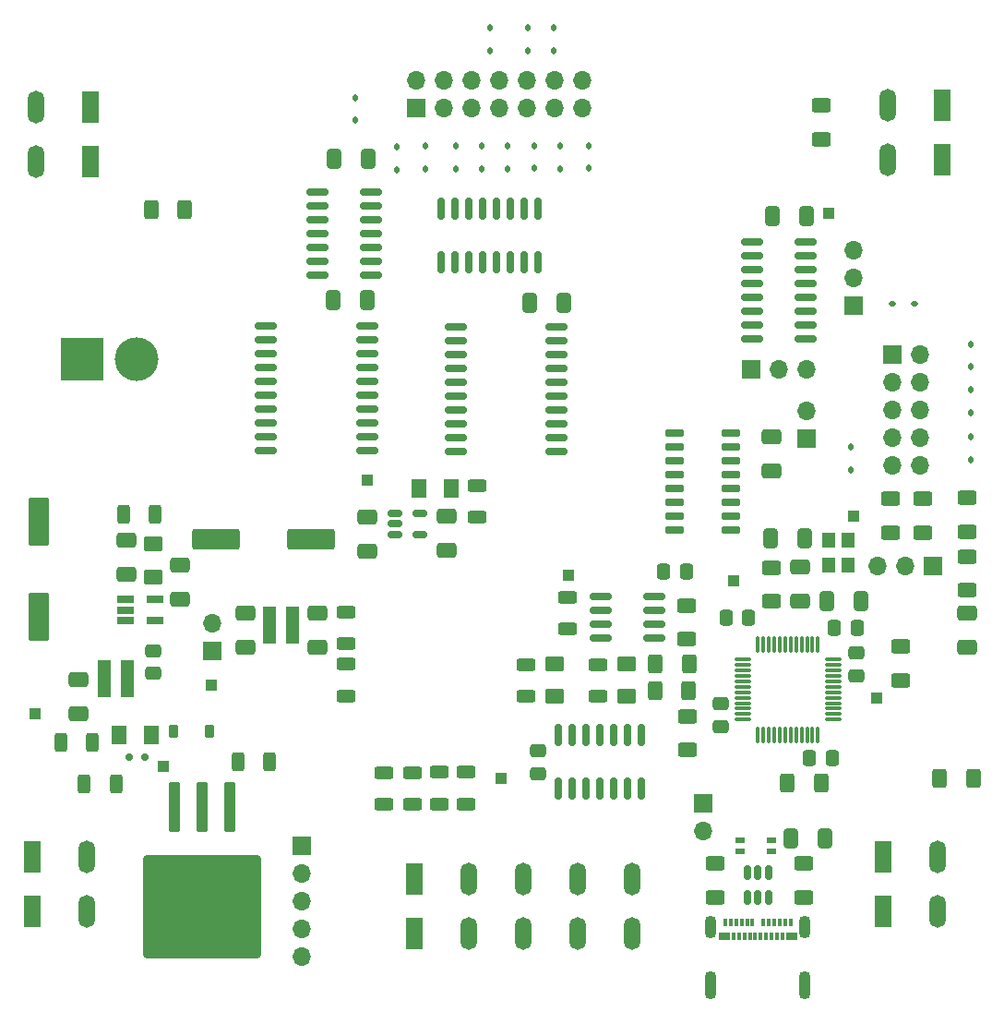
<source format=gbr>
%TF.GenerationSoftware,KiCad,Pcbnew,7.0.8*%
%TF.CreationDate,2024-04-05T12:05:25+02:00*%
%TF.ProjectId,menelaos-rev-4,6d656e65-6c61-46f7-932d-7265762d342e,rev?*%
%TF.SameCoordinates,Original*%
%TF.FileFunction,Soldermask,Top*%
%TF.FilePolarity,Negative*%
%FSLAX46Y46*%
G04 Gerber Fmt 4.6, Leading zero omitted, Abs format (unit mm)*
G04 Created by KiCad (PCBNEW 7.0.8) date 2024-04-05 12:05:25*
%MOMM*%
%LPD*%
G01*
G04 APERTURE LIST*
G04 Aperture macros list*
%AMRoundRect*
0 Rectangle with rounded corners*
0 $1 Rounding radius*
0 $2 $3 $4 $5 $6 $7 $8 $9 X,Y pos of 4 corners*
0 Add a 4 corners polygon primitive as box body*
4,1,4,$2,$3,$4,$5,$6,$7,$8,$9,$2,$3,0*
0 Add four circle primitives for the rounded corners*
1,1,$1+$1,$2,$3*
1,1,$1+$1,$4,$5*
1,1,$1+$1,$6,$7*
1,1,$1+$1,$8,$9*
0 Add four rect primitives between the rounded corners*
20,1,$1+$1,$2,$3,$4,$5,0*
20,1,$1+$1,$4,$5,$6,$7,0*
20,1,$1+$1,$6,$7,$8,$9,0*
20,1,$1+$1,$8,$9,$2,$3,0*%
G04 Aperture macros list end*
%ADD10RoundRect,0.250000X-0.312500X-0.625000X0.312500X-0.625000X0.312500X0.625000X-0.312500X0.625000X0*%
%ADD11RoundRect,0.250000X-0.625000X0.312500X-0.625000X-0.312500X0.625000X-0.312500X0.625000X0.312500X0*%
%ADD12RoundRect,0.250000X-0.400000X-0.625000X0.400000X-0.625000X0.400000X0.625000X-0.400000X0.625000X0*%
%ADD13RoundRect,0.112500X0.112500X-0.187500X0.112500X0.187500X-0.112500X0.187500X-0.112500X-0.187500X0*%
%ADD14R,1.500000X3.000000*%
%ADD15O,1.500000X3.000000*%
%ADD16RoundRect,0.150000X-0.512500X-0.150000X0.512500X-0.150000X0.512500X0.150000X-0.512500X0.150000X0*%
%ADD17RoundRect,0.250000X-0.650000X0.412500X-0.650000X-0.412500X0.650000X-0.412500X0.650000X0.412500X0*%
%ADD18RoundRect,0.150000X0.725000X0.150000X-0.725000X0.150000X-0.725000X-0.150000X0.725000X-0.150000X0*%
%ADD19RoundRect,0.150000X-0.875000X-0.150000X0.875000X-0.150000X0.875000X0.150000X-0.875000X0.150000X0*%
%ADD20R,1.700000X1.700000*%
%ADD21O,1.700000X1.700000*%
%ADD22RoundRect,0.250000X-0.625000X0.400000X-0.625000X-0.400000X0.625000X-0.400000X0.625000X0.400000X0*%
%ADD23RoundRect,0.250000X1.950000X0.700000X-1.950000X0.700000X-1.950000X-0.700000X1.950000X-0.700000X0*%
%ADD24RoundRect,0.250000X0.412500X0.650000X-0.412500X0.650000X-0.412500X-0.650000X0.412500X-0.650000X0*%
%ADD25RoundRect,0.250001X-0.462499X-0.624999X0.462499X-0.624999X0.462499X0.624999X-0.462499X0.624999X0*%
%ADD26RoundRect,0.250000X0.475000X-0.337500X0.475000X0.337500X-0.475000X0.337500X-0.475000X-0.337500X0*%
%ADD27RoundRect,0.250001X-0.624999X0.462499X-0.624999X-0.462499X0.624999X-0.462499X0.624999X0.462499X0*%
%ADD28R,1.000000X1.000000*%
%ADD29RoundRect,0.150000X0.150000X-0.512500X0.150000X0.512500X-0.150000X0.512500X-0.150000X-0.512500X0*%
%ADD30R,1.300000X3.400000*%
%ADD31RoundRect,0.250000X0.625000X-0.312500X0.625000X0.312500X-0.625000X0.312500X-0.625000X-0.312500X0*%
%ADD32RoundRect,0.250000X0.650000X-0.412500X0.650000X0.412500X-0.650000X0.412500X-0.650000X-0.412500X0*%
%ADD33RoundRect,0.112500X-0.112500X0.187500X-0.112500X-0.187500X0.112500X-0.187500X0.112500X0.187500X0*%
%ADD34RoundRect,0.250000X0.625000X-0.400000X0.625000X0.400000X-0.625000X0.400000X-0.625000X-0.400000X0*%
%ADD35RoundRect,0.102000X0.485000X-0.610000X0.485000X0.610000X-0.485000X0.610000X-0.485000X-0.610000X0*%
%ADD36RoundRect,0.225000X-0.225000X-0.375000X0.225000X-0.375000X0.225000X0.375000X-0.225000X0.375000X0*%
%ADD37RoundRect,0.250001X0.462499X0.624999X-0.462499X0.624999X-0.462499X-0.624999X0.462499X-0.624999X0*%
%ADD38R,1.560000X0.650000*%
%ADD39RoundRect,0.150000X-0.150000X0.825000X-0.150000X-0.825000X0.150000X-0.825000X0.150000X0.825000X0*%
%ADD40RoundRect,0.250001X0.624999X-0.462499X0.624999X0.462499X-0.624999X0.462499X-0.624999X-0.462499X0*%
%ADD41RoundRect,0.150000X-0.825000X-0.150000X0.825000X-0.150000X0.825000X0.150000X-0.825000X0.150000X0*%
%ADD42RoundRect,0.150000X-0.150000X-0.200000X0.150000X-0.200000X0.150000X0.200000X-0.150000X0.200000X0*%
%ADD43R,0.900000X0.600000*%
%ADD44RoundRect,0.250000X-0.475000X0.337500X-0.475000X-0.337500X0.475000X-0.337500X0.475000X0.337500X0*%
%ADD45RoundRect,0.250000X-0.337500X-0.475000X0.337500X-0.475000X0.337500X0.475000X-0.337500X0.475000X0*%
%ADD46RoundRect,0.250000X-0.412500X-0.650000X0.412500X-0.650000X0.412500X0.650000X-0.412500X0.650000X0*%
%ADD47RoundRect,0.112500X-0.187500X-0.112500X0.187500X-0.112500X0.187500X0.112500X-0.187500X0.112500X0*%
%ADD48RoundRect,0.250000X0.337500X0.475000X-0.337500X0.475000X-0.337500X-0.475000X0.337500X-0.475000X0*%
%ADD49RoundRect,0.250000X-0.300000X2.050000X-0.300000X-2.050000X0.300000X-2.050000X0.300000X2.050000X0*%
%ADD50RoundRect,0.250002X-5.149998X4.449998X-5.149998X-4.449998X5.149998X-4.449998X5.149998X4.449998X0*%
%ADD51RoundRect,0.075000X-0.075000X0.662500X-0.075000X-0.662500X0.075000X-0.662500X0.075000X0.662500X0*%
%ADD52RoundRect,0.075000X-0.662500X0.075000X-0.662500X-0.075000X0.662500X-0.075000X0.662500X0.075000X0*%
%ADD53RoundRect,0.250000X0.700000X-1.950000X0.700000X1.950000X-0.700000X1.950000X-0.700000X-1.950000X0*%
%ADD54R,4.000000X4.000000*%
%ADD55C,4.000000*%
%ADD56RoundRect,0.150000X0.150000X-0.825000X0.150000X0.825000X-0.150000X0.825000X-0.150000X-0.825000X0*%
%ADD57R,0.300000X0.700000*%
%ADD58R,1.000000X0.700000*%
%ADD59O,1.100000X2.100000*%
%ADD60O,1.100000X2.600000*%
G04 APERTURE END LIST*
D10*
%TO.C,R202*%
X211037500Y-116450000D03*
X213962500Y-116450000D03*
%TD*%
D11*
%TO.C,R205*%
X220950000Y-102737500D03*
X220950000Y-105662500D03*
%TD*%
D12*
%TO.C,R601*%
X203050000Y-65850000D03*
X206150000Y-65850000D03*
%TD*%
D13*
%TO.C,U408*%
X240600000Y-62100000D03*
X240600000Y-60000000D03*
%TD*%
D14*
%TO.C,J501*%
X227200000Y-127250000D03*
X227200000Y-132250000D03*
D15*
X232200000Y-127250000D03*
X232200000Y-132250000D03*
X237200000Y-127250000D03*
X237200000Y-132250000D03*
X242200000Y-127250000D03*
X242200000Y-132250000D03*
X247200000Y-127250000D03*
X247200000Y-132250000D03*
%TD*%
D16*
%TO.C,U202*%
X225462500Y-93700000D03*
X225462500Y-94650000D03*
X225462500Y-95600000D03*
X227737500Y-95600000D03*
X227737500Y-93700000D03*
%TD*%
D17*
%TO.C,C310*%
X277900000Y-102837500D03*
X277900000Y-105962500D03*
%TD*%
D18*
%TO.C,U404*%
X256250000Y-95220000D03*
X256250000Y-93950000D03*
X256250000Y-92680000D03*
X256250000Y-91410000D03*
X256250000Y-90140000D03*
X256250000Y-88870000D03*
X256250000Y-87600000D03*
X256250000Y-86330000D03*
X251100000Y-86330000D03*
X251100000Y-87600000D03*
X251100000Y-88870000D03*
X251100000Y-90140000D03*
X251100000Y-91410000D03*
X251100000Y-92680000D03*
X251100000Y-93950000D03*
X251100000Y-95220000D03*
%TD*%
D17*
%TO.C,C207*%
X218350000Y-102825000D03*
X218350000Y-105950000D03*
%TD*%
D19*
%TO.C,U405*%
X231000000Y-76580000D03*
X231000000Y-77850000D03*
X231000000Y-79120000D03*
X231000000Y-80390000D03*
X231000000Y-81660000D03*
X231000000Y-82930000D03*
X231000000Y-84200000D03*
X231000000Y-85470000D03*
X231000000Y-86740000D03*
X231000000Y-88010000D03*
X240300000Y-88010000D03*
X240300000Y-86740000D03*
X240300000Y-85470000D03*
X240300000Y-84200000D03*
X240300000Y-82930000D03*
X240300000Y-81660000D03*
X240300000Y-80390000D03*
X240300000Y-79120000D03*
X240300000Y-77850000D03*
X240300000Y-76580000D03*
%TD*%
D14*
%TO.C,J201*%
X192150000Y-125150000D03*
X192150000Y-130150000D03*
D15*
X197150000Y-125150000D03*
X197150000Y-130150000D03*
%TD*%
D20*
%TO.C,J401*%
X267500000Y-74600000D03*
D21*
X267500000Y-72060000D03*
X267500000Y-69520000D03*
%TD*%
D12*
%TO.C,R304*%
X261450000Y-118400000D03*
X264550000Y-118400000D03*
%TD*%
D22*
%TO.C,R311*%
X277900000Y-97650000D03*
X277900000Y-100750000D03*
%TD*%
%TO.C,R310*%
X277900000Y-92250000D03*
X277900000Y-95350000D03*
%TD*%
D23*
%TO.C,C208*%
X217700000Y-96050000D03*
X209000000Y-96050000D03*
%TD*%
D11*
%TO.C,R501*%
X224430000Y-117447500D03*
X224430000Y-120372500D03*
%TD*%
D24*
%TO.C,C401*%
X263162500Y-66400000D03*
X260037500Y-66400000D03*
%TD*%
D14*
%TO.C,J601*%
X197500000Y-61400000D03*
X197500000Y-56400000D03*
D15*
X192500000Y-61400000D03*
X192500000Y-56400000D03*
%TD*%
D11*
%TO.C,R503*%
X231980000Y-117422500D03*
X231980000Y-120347500D03*
%TD*%
D25*
%TO.C,D203*%
X200112500Y-114000000D03*
X203087500Y-114000000D03*
%TD*%
D26*
%TO.C,C304*%
X255300000Y-113237500D03*
X255300000Y-111162500D03*
%TD*%
D27*
%TO.C,D204*%
X203250000Y-96512500D03*
X203250000Y-99487500D03*
%TD*%
D20*
%TO.C,J402*%
X227375000Y-56525000D03*
D21*
X229915000Y-56525000D03*
X232455000Y-56525000D03*
X234995000Y-56525000D03*
X237535000Y-56525000D03*
X240075000Y-56525000D03*
X242615000Y-56525000D03*
X242615000Y-53985000D03*
X240075000Y-53985000D03*
X237535000Y-53985000D03*
X234995000Y-53985000D03*
X232455000Y-53985000D03*
X229915000Y-53985000D03*
X227375000Y-53985000D03*
%TD*%
D28*
%TO.C,TP303*%
X269600000Y-110600000D03*
%TD*%
D11*
%TO.C,R206*%
X220950000Y-107505000D03*
X220950000Y-110430000D03*
%TD*%
D29*
%TO.C,U307*%
X257800000Y-128887500D03*
X258750000Y-128887500D03*
X259700000Y-128887500D03*
X259700000Y-126612500D03*
X258750000Y-126612500D03*
X257800000Y-126612500D03*
%TD*%
D28*
%TO.C,TP401*%
X265200000Y-66200000D03*
%TD*%
D30*
%TO.C,L202*%
X213950000Y-103900000D03*
X216050000Y-103900000D03*
%TD*%
D31*
%TO.C,R305*%
X237450000Y-110482500D03*
X237450000Y-107557500D03*
%TD*%
D11*
%TO.C,R504*%
X229530000Y-117422500D03*
X229530000Y-120347500D03*
%TD*%
D17*
%TO.C,C210*%
X230200000Y-93975000D03*
X230200000Y-97100000D03*
%TD*%
D13*
%TO.C,U305*%
X278300000Y-84450000D03*
X278300000Y-82350000D03*
%TD*%
D32*
%TO.C,C301*%
X262620000Y-101760000D03*
X262620000Y-98635000D03*
%TD*%
D20*
%TO.C,J301*%
X271050000Y-79120000D03*
D21*
X273590000Y-79120000D03*
X271050000Y-81660000D03*
X273590000Y-81660000D03*
X271050000Y-84200000D03*
X273590000Y-84200000D03*
X271050000Y-86740000D03*
X273590000Y-86740000D03*
X271050000Y-89280000D03*
X273590000Y-89280000D03*
%TD*%
D12*
%TO.C,R603*%
X275400000Y-117950000D03*
X278500000Y-117950000D03*
%TD*%
D22*
%TO.C,R602*%
X264550000Y-56300000D03*
X264550000Y-59400000D03*
%TD*%
D31*
%TO.C,R303*%
X244070000Y-110472500D03*
X244070000Y-107547500D03*
%TD*%
D33*
%TO.C,U415*%
X221800000Y-55550000D03*
X221800000Y-57650000D03*
%TD*%
D34*
%TO.C,R507*%
X252300000Y-115400000D03*
X252300000Y-112300000D03*
%TD*%
D22*
%TO.C,R308*%
X273830000Y-92330000D03*
X273830000Y-95430000D03*
%TD*%
D35*
%TO.C,Y301*%
X267050000Y-98435000D03*
X267050000Y-96145000D03*
X265210000Y-96145000D03*
X265210000Y-98435000D03*
%TD*%
D36*
%TO.C,D202*%
X205150000Y-113700000D03*
X208450000Y-113700000D03*
%TD*%
D32*
%TO.C,C205*%
X205750000Y-101562500D03*
X205750000Y-98437500D03*
%TD*%
D13*
%TO.C,U412*%
X231000000Y-62100000D03*
X231000000Y-60000000D03*
%TD*%
D17*
%TO.C,C206*%
X211750000Y-102812500D03*
X211750000Y-105937500D03*
%TD*%
D24*
%TO.C,C402*%
X222862500Y-74100000D03*
X219737500Y-74100000D03*
%TD*%
D37*
%TO.C,D205*%
X230625000Y-91400000D03*
X227650000Y-91400000D03*
%TD*%
D33*
%TO.C,U414*%
X225600000Y-60050000D03*
X225600000Y-62150000D03*
%TD*%
D13*
%TO.C,U303*%
X278300000Y-88750000D03*
X278300000Y-86650000D03*
%TD*%
D32*
%TO.C,C404*%
X260000000Y-89775000D03*
X260000000Y-86650000D03*
%TD*%
D38*
%TO.C,U201*%
X200700000Y-101600000D03*
X200700000Y-102550000D03*
X200700000Y-103500000D03*
X203400000Y-103500000D03*
X203400000Y-101600000D03*
%TD*%
D39*
%TO.C,U406*%
X238545000Y-65725000D03*
X237275000Y-65725000D03*
X236005000Y-65725000D03*
X234735000Y-65725000D03*
X233465000Y-65725000D03*
X232195000Y-65725000D03*
X230925000Y-65725000D03*
X229655000Y-65725000D03*
X229655000Y-70675000D03*
X230925000Y-70675000D03*
X232195000Y-70675000D03*
X233465000Y-70675000D03*
X234735000Y-70675000D03*
X236005000Y-70675000D03*
X237275000Y-70675000D03*
X238545000Y-70675000D03*
%TD*%
D28*
%TO.C,TP206*%
X222900000Y-90600000D03*
%TD*%
D34*
%TO.C,R302*%
X260020000Y-101770000D03*
X260020000Y-98670000D03*
%TD*%
D40*
%TO.C,D302*%
X240100000Y-110475000D03*
X240100000Y-107500000D03*
%TD*%
D31*
%TO.C,R208*%
X241310000Y-104292500D03*
X241310000Y-101367500D03*
%TD*%
D22*
%TO.C,R307*%
X262950000Y-125800000D03*
X262950000Y-128900000D03*
%TD*%
D28*
%TO.C,TP203*%
X208600000Y-109400000D03*
%TD*%
D33*
%TO.C,U417*%
X237600000Y-49150000D03*
X237600000Y-51250000D03*
%TD*%
D30*
%TO.C,L201*%
X200900000Y-108850000D03*
X198800000Y-108850000D03*
%TD*%
D11*
%TO.C,R502*%
X227030000Y-117447500D03*
X227030000Y-120372500D03*
%TD*%
D32*
%TO.C,C204*%
X200800000Y-99262500D03*
X200800000Y-96137500D03*
%TD*%
D41*
%TO.C,U402*%
X258200000Y-68780000D03*
X258200000Y-70050000D03*
X258200000Y-71320000D03*
X258200000Y-72590000D03*
X258200000Y-73860000D03*
X258200000Y-75130000D03*
X258200000Y-76400000D03*
X258200000Y-77670000D03*
X263150000Y-77670000D03*
X263150000Y-76400000D03*
X263150000Y-75130000D03*
X263150000Y-73860000D03*
X263150000Y-72590000D03*
X263150000Y-71320000D03*
X263150000Y-70050000D03*
X263150000Y-68780000D03*
%TD*%
D13*
%TO.C,U306*%
X278300000Y-80250000D03*
X278300000Y-78150000D03*
%TD*%
%TO.C,U409*%
X238200000Y-62050000D03*
X238200000Y-59950000D03*
%TD*%
D42*
%TO.C,D201*%
X202500000Y-116000000D03*
X201100000Y-116000000D03*
%TD*%
D20*
%TO.C,J303*%
X216900000Y-124200000D03*
D21*
X216900000Y-126740000D03*
X216900000Y-129280000D03*
X216900000Y-131820000D03*
X216900000Y-134360000D03*
%TD*%
D11*
%TO.C,R207*%
X233000000Y-91137500D03*
X233000000Y-94062500D03*
%TD*%
D20*
%TO.C,JP201*%
X208700000Y-106275000D03*
D21*
X208700000Y-103735000D03*
%TD*%
D22*
%TO.C,R301*%
X271810000Y-105870000D03*
X271810000Y-108970000D03*
%TD*%
D24*
%TO.C,C405*%
X222962500Y-61200000D03*
X219837500Y-61200000D03*
%TD*%
D43*
%TO.C,U308*%
X259950000Y-123650000D03*
X257150000Y-123650000D03*
X257150000Y-124650000D03*
X259950000Y-124650000D03*
%TD*%
D13*
%TO.C,U413*%
X228200000Y-62100000D03*
X228200000Y-60000000D03*
%TD*%
D20*
%TO.C,JP304*%
X258120000Y-80510000D03*
D21*
X260660000Y-80510000D03*
X263200000Y-80510000D03*
%TD*%
D44*
%TO.C,C307*%
X267760000Y-106482500D03*
X267760000Y-108557500D03*
%TD*%
D20*
%TO.C,JP303*%
X263180000Y-86840000D03*
D21*
X263180000Y-84300000D03*
%TD*%
D12*
%TO.C,R506*%
X249350000Y-107450000D03*
X252450000Y-107450000D03*
%TD*%
D45*
%TO.C,C305*%
X265762500Y-104200000D03*
X267837500Y-104200000D03*
%TD*%
D12*
%TO.C,R505*%
X249300000Y-109950000D03*
X252400000Y-109950000D03*
%TD*%
D41*
%TO.C,U203*%
X244290000Y-101330000D03*
X244290000Y-102600000D03*
X244290000Y-103870000D03*
X244290000Y-105140000D03*
X249240000Y-105140000D03*
X249240000Y-103870000D03*
X249240000Y-102600000D03*
X249240000Y-101330000D03*
%TD*%
D10*
%TO.C,R204*%
X200537500Y-93750000D03*
X203462500Y-93750000D03*
%TD*%
D19*
%TO.C,U401*%
X213600000Y-76530000D03*
X213600000Y-77800000D03*
X213600000Y-79070000D03*
X213600000Y-80340000D03*
X213600000Y-81610000D03*
X213600000Y-82880000D03*
X213600000Y-84150000D03*
X213600000Y-85420000D03*
X213600000Y-86690000D03*
X213600000Y-87960000D03*
X222900000Y-87960000D03*
X222900000Y-86690000D03*
X222900000Y-85420000D03*
X222900000Y-84150000D03*
X222900000Y-82880000D03*
X222900000Y-81610000D03*
X222900000Y-80340000D03*
X222900000Y-79070000D03*
X222900000Y-77800000D03*
X222900000Y-76530000D03*
%TD*%
D13*
%TO.C,U411*%
X233400000Y-62100000D03*
X233400000Y-60000000D03*
%TD*%
D28*
%TO.C,TP301*%
X267500000Y-93900000D03*
%TD*%
D46*
%TO.C,C303*%
X265037500Y-101750000D03*
X268162500Y-101750000D03*
%TD*%
D27*
%TO.C,D301*%
X246700000Y-107512500D03*
X246700000Y-110487500D03*
%TD*%
D33*
%TO.C,U416*%
X234188000Y-49150000D03*
X234188000Y-51250000D03*
%TD*%
D28*
%TO.C,TP202*%
X192400000Y-112100000D03*
%TD*%
D13*
%TO.C,U407*%
X243200000Y-62050000D03*
X243200000Y-59950000D03*
%TD*%
D24*
%TO.C,C309*%
X264862500Y-123500000D03*
X261737500Y-123500000D03*
%TD*%
D28*
%TO.C,TP205*%
X241400000Y-99400000D03*
%TD*%
%TO.C,TP302*%
X256500000Y-99900000D03*
%TD*%
D26*
%TO.C,C501*%
X238600000Y-117537500D03*
X238600000Y-115462500D03*
%TD*%
D47*
%TO.C,U302*%
X271050000Y-74450000D03*
X273150000Y-74450000D03*
%TD*%
D14*
%TO.C,J602*%
X270250000Y-125150000D03*
X270250000Y-130150000D03*
D15*
X275250000Y-125150000D03*
X275250000Y-130150000D03*
%TD*%
D24*
%TO.C,C302*%
X263022500Y-95950000D03*
X259897500Y-95950000D03*
%TD*%
%TO.C,C403*%
X240962500Y-74400000D03*
X237837500Y-74400000D03*
%TD*%
D41*
%TO.C,U403*%
X218325000Y-64190000D03*
X218325000Y-65460000D03*
X218325000Y-66730000D03*
X218325000Y-68000000D03*
X218325000Y-69270000D03*
X218325000Y-70540000D03*
X218325000Y-71810000D03*
X223275000Y-71810000D03*
X223275000Y-70540000D03*
X223275000Y-69270000D03*
X223275000Y-68000000D03*
X223275000Y-66730000D03*
X223275000Y-65460000D03*
X223275000Y-64190000D03*
%TD*%
D48*
%TO.C,C306*%
X265575000Y-116100000D03*
X263500000Y-116100000D03*
%TD*%
%TO.C,C308*%
X257905000Y-103260000D03*
X255830000Y-103260000D03*
%TD*%
D17*
%TO.C,C209*%
X222900000Y-94037500D03*
X222900000Y-97162500D03*
%TD*%
%TO.C,C202*%
X196400000Y-108937500D03*
X196400000Y-112062500D03*
%TD*%
D49*
%TO.C,Q201*%
X210290000Y-120625000D03*
X207750000Y-120625000D03*
D50*
X207750000Y-129775000D03*
D49*
X205210000Y-120625000D03*
%TD*%
D13*
%TO.C,U304*%
X267300000Y-89700000D03*
X267300000Y-87600000D03*
%TD*%
D22*
%TO.C,R309*%
X270930000Y-92330000D03*
X270930000Y-95430000D03*
%TD*%
%TO.C,R508*%
X252230000Y-102130000D03*
X252230000Y-105230000D03*
%TD*%
D28*
%TO.C,TP204*%
X235200000Y-118000000D03*
%TD*%
D10*
%TO.C,R201*%
X196937500Y-118500000D03*
X199862500Y-118500000D03*
%TD*%
D51*
%TO.C,U301*%
X264250000Y-105675000D03*
X263750000Y-105675000D03*
X263250000Y-105675000D03*
X262750000Y-105675000D03*
X262250000Y-105675000D03*
X261750000Y-105675000D03*
X261250000Y-105675000D03*
X260750000Y-105675000D03*
X260250000Y-105675000D03*
X259750000Y-105675000D03*
X259250000Y-105675000D03*
X258750000Y-105675000D03*
D52*
X257337500Y-107087500D03*
X257337500Y-107587500D03*
X257337500Y-108087500D03*
X257337500Y-108587500D03*
X257337500Y-109087500D03*
X257337500Y-109587500D03*
X257337500Y-110087500D03*
X257337500Y-110587500D03*
X257337500Y-111087500D03*
X257337500Y-111587500D03*
X257337500Y-112087500D03*
X257337500Y-112587500D03*
D51*
X258750000Y-114000000D03*
X259250000Y-114000000D03*
X259750000Y-114000000D03*
X260250000Y-114000000D03*
X260750000Y-114000000D03*
X261250000Y-114000000D03*
X261750000Y-114000000D03*
X262250000Y-114000000D03*
X262750000Y-114000000D03*
X263250000Y-114000000D03*
X263750000Y-114000000D03*
X264250000Y-114000000D03*
D52*
X265662500Y-112587500D03*
X265662500Y-112087500D03*
X265662500Y-111587500D03*
X265662500Y-111087500D03*
X265662500Y-110587500D03*
X265662500Y-110087500D03*
X265662500Y-109587500D03*
X265662500Y-109087500D03*
X265662500Y-108587500D03*
X265662500Y-108087500D03*
X265662500Y-107587500D03*
X265662500Y-107087500D03*
%TD*%
D53*
%TO.C,C203*%
X192750000Y-103150000D03*
X192750000Y-94450000D03*
%TD*%
D14*
%TO.C,J603*%
X275650000Y-61300000D03*
X275650000Y-56300000D03*
D15*
X270650000Y-61300000D03*
X270650000Y-56300000D03*
%TD*%
D33*
%TO.C,U418*%
X240000000Y-49150000D03*
X240000000Y-51250000D03*
%TD*%
D20*
%TO.C,JP301*%
X274840000Y-98500000D03*
D21*
X272300000Y-98500000D03*
X269760000Y-98500000D03*
%TD*%
D13*
%TO.C,U410*%
X235800000Y-62100000D03*
X235800000Y-60000000D03*
%TD*%
D48*
%TO.C,C212*%
X252175000Y-99000000D03*
X250100000Y-99000000D03*
%TD*%
D22*
%TO.C,R306*%
X254800000Y-125800000D03*
X254800000Y-128900000D03*
%TD*%
D54*
%TO.C,C211*%
X196772169Y-79570000D03*
D55*
X201772169Y-79570000D03*
%TD*%
D56*
%TO.C,U501*%
X240450000Y-118920000D03*
X241720000Y-118920000D03*
X242990000Y-118920000D03*
X244260000Y-118920000D03*
X245530000Y-118920000D03*
X246800000Y-118920000D03*
X248070000Y-118920000D03*
X248070000Y-113970000D03*
X246800000Y-113970000D03*
X245530000Y-113970000D03*
X244260000Y-113970000D03*
X242990000Y-113970000D03*
X241720000Y-113970000D03*
X240450000Y-113970000D03*
%TD*%
D20*
%TO.C,JP302*%
X253750000Y-120250000D03*
D21*
X253750000Y-122790000D03*
%TD*%
D26*
%TO.C,C201*%
X203300000Y-108337500D03*
X203300000Y-106262500D03*
%TD*%
D57*
%TO.C,J302*%
X255750000Y-131200000D03*
X256250000Y-131200000D03*
X256750000Y-131200000D03*
X257250000Y-131200000D03*
X257750000Y-131200000D03*
X258250000Y-131200000D03*
X259250000Y-131200000D03*
X259750000Y-131200000D03*
X260250000Y-131200000D03*
X260750000Y-131200000D03*
X261250000Y-131200000D03*
X261750000Y-131200000D03*
D58*
X261850000Y-132500000D03*
D57*
X261000000Y-132500000D03*
X260500000Y-132500000D03*
X260000000Y-132500000D03*
X259500000Y-132500000D03*
X259000000Y-132500000D03*
X258500000Y-132500000D03*
X258000000Y-132500000D03*
X257500000Y-132500000D03*
X257000000Y-132500000D03*
X256500000Y-132500000D03*
D58*
X255650000Y-132500000D03*
D59*
X254430000Y-131610000D03*
D60*
X254430000Y-136970000D03*
D59*
X263070000Y-131610000D03*
D60*
X263070000Y-136970000D03*
%TD*%
D28*
%TO.C,TP201*%
X204200000Y-116900000D03*
%TD*%
D10*
%TO.C,R203*%
X194787500Y-114700000D03*
X197712500Y-114700000D03*
%TD*%
M02*

</source>
